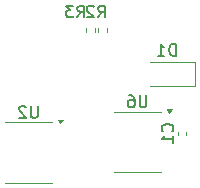
<source format=gbr>
%TF.GenerationSoftware,KiCad,Pcbnew,8.0.2*%
%TF.CreationDate,2024-07-19T14:35:34-04:00*%
%TF.ProjectId,StepperMotorDriver,53746570-7065-4724-9d6f-746f72447269,rev?*%
%TF.SameCoordinates,Original*%
%TF.FileFunction,Legend,Bot*%
%TF.FilePolarity,Positive*%
%FSLAX46Y46*%
G04 Gerber Fmt 4.6, Leading zero omitted, Abs format (unit mm)*
G04 Created by KiCad (PCBNEW 8.0.2) date 2024-07-19 14:35:34*
%MOMM*%
%LPD*%
G01*
G04 APERTURE LIST*
%ADD10C,0.150000*%
%ADD11C,0.120000*%
G04 APERTURE END LIST*
D10*
X137238094Y-96454819D02*
X137238094Y-95454819D01*
X137238094Y-95454819D02*
X136999999Y-95454819D01*
X136999999Y-95454819D02*
X136857142Y-95502438D01*
X136857142Y-95502438D02*
X136761904Y-95597676D01*
X136761904Y-95597676D02*
X136714285Y-95692914D01*
X136714285Y-95692914D02*
X136666666Y-95883390D01*
X136666666Y-95883390D02*
X136666666Y-96026247D01*
X136666666Y-96026247D02*
X136714285Y-96216723D01*
X136714285Y-96216723D02*
X136761904Y-96311961D01*
X136761904Y-96311961D02*
X136857142Y-96407200D01*
X136857142Y-96407200D02*
X136999999Y-96454819D01*
X136999999Y-96454819D02*
X137238094Y-96454819D01*
X135714285Y-96454819D02*
X136285713Y-96454819D01*
X135999999Y-96454819D02*
X135999999Y-95454819D01*
X135999999Y-95454819D02*
X136095237Y-95597676D01*
X136095237Y-95597676D02*
X136190475Y-95692914D01*
X136190475Y-95692914D02*
X136285713Y-95740533D01*
X136949580Y-102853333D02*
X136997200Y-102805714D01*
X136997200Y-102805714D02*
X137044819Y-102662857D01*
X137044819Y-102662857D02*
X137044819Y-102567619D01*
X137044819Y-102567619D02*
X136997200Y-102424762D01*
X136997200Y-102424762D02*
X136901961Y-102329524D01*
X136901961Y-102329524D02*
X136806723Y-102281905D01*
X136806723Y-102281905D02*
X136616247Y-102234286D01*
X136616247Y-102234286D02*
X136473390Y-102234286D01*
X136473390Y-102234286D02*
X136282914Y-102281905D01*
X136282914Y-102281905D02*
X136187676Y-102329524D01*
X136187676Y-102329524D02*
X136092438Y-102424762D01*
X136092438Y-102424762D02*
X136044819Y-102567619D01*
X136044819Y-102567619D02*
X136044819Y-102662857D01*
X136044819Y-102662857D02*
X136092438Y-102805714D01*
X136092438Y-102805714D02*
X136140057Y-102853333D01*
X137044819Y-103805714D02*
X137044819Y-103234286D01*
X137044819Y-103520000D02*
X136044819Y-103520000D01*
X136044819Y-103520000D02*
X136187676Y-103424762D01*
X136187676Y-103424762D02*
X136282914Y-103329524D01*
X136282914Y-103329524D02*
X136330533Y-103234286D01*
X125536904Y-100709819D02*
X125536904Y-101519342D01*
X125536904Y-101519342D02*
X125489285Y-101614580D01*
X125489285Y-101614580D02*
X125441666Y-101662200D01*
X125441666Y-101662200D02*
X125346428Y-101709819D01*
X125346428Y-101709819D02*
X125155952Y-101709819D01*
X125155952Y-101709819D02*
X125060714Y-101662200D01*
X125060714Y-101662200D02*
X125013095Y-101614580D01*
X125013095Y-101614580D02*
X124965476Y-101519342D01*
X124965476Y-101519342D02*
X124965476Y-100709819D01*
X124536904Y-100805057D02*
X124489285Y-100757438D01*
X124489285Y-100757438D02*
X124394047Y-100709819D01*
X124394047Y-100709819D02*
X124155952Y-100709819D01*
X124155952Y-100709819D02*
X124060714Y-100757438D01*
X124060714Y-100757438D02*
X124013095Y-100805057D01*
X124013095Y-100805057D02*
X123965476Y-100900295D01*
X123965476Y-100900295D02*
X123965476Y-100995533D01*
X123965476Y-100995533D02*
X124013095Y-101138390D01*
X124013095Y-101138390D02*
X124584523Y-101709819D01*
X124584523Y-101709819D02*
X123965476Y-101709819D01*
X130666666Y-93204819D02*
X130999999Y-92728628D01*
X131238094Y-93204819D02*
X131238094Y-92204819D01*
X131238094Y-92204819D02*
X130857142Y-92204819D01*
X130857142Y-92204819D02*
X130761904Y-92252438D01*
X130761904Y-92252438D02*
X130714285Y-92300057D01*
X130714285Y-92300057D02*
X130666666Y-92395295D01*
X130666666Y-92395295D02*
X130666666Y-92538152D01*
X130666666Y-92538152D02*
X130714285Y-92633390D01*
X130714285Y-92633390D02*
X130761904Y-92681009D01*
X130761904Y-92681009D02*
X130857142Y-92728628D01*
X130857142Y-92728628D02*
X131238094Y-92728628D01*
X130285713Y-92300057D02*
X130238094Y-92252438D01*
X130238094Y-92252438D02*
X130142856Y-92204819D01*
X130142856Y-92204819D02*
X129904761Y-92204819D01*
X129904761Y-92204819D02*
X129809523Y-92252438D01*
X129809523Y-92252438D02*
X129761904Y-92300057D01*
X129761904Y-92300057D02*
X129714285Y-92395295D01*
X129714285Y-92395295D02*
X129714285Y-92490533D01*
X129714285Y-92490533D02*
X129761904Y-92633390D01*
X129761904Y-92633390D02*
X130333332Y-93204819D01*
X130333332Y-93204819D02*
X129714285Y-93204819D01*
X128916666Y-93204819D02*
X129249999Y-92728628D01*
X129488094Y-93204819D02*
X129488094Y-92204819D01*
X129488094Y-92204819D02*
X129107142Y-92204819D01*
X129107142Y-92204819D02*
X129011904Y-92252438D01*
X129011904Y-92252438D02*
X128964285Y-92300057D01*
X128964285Y-92300057D02*
X128916666Y-92395295D01*
X128916666Y-92395295D02*
X128916666Y-92538152D01*
X128916666Y-92538152D02*
X128964285Y-92633390D01*
X128964285Y-92633390D02*
X129011904Y-92681009D01*
X129011904Y-92681009D02*
X129107142Y-92728628D01*
X129107142Y-92728628D02*
X129488094Y-92728628D01*
X128583332Y-92204819D02*
X127964285Y-92204819D01*
X127964285Y-92204819D02*
X128297618Y-92585771D01*
X128297618Y-92585771D02*
X128154761Y-92585771D01*
X128154761Y-92585771D02*
X128059523Y-92633390D01*
X128059523Y-92633390D02*
X128011904Y-92681009D01*
X128011904Y-92681009D02*
X127964285Y-92776247D01*
X127964285Y-92776247D02*
X127964285Y-93014342D01*
X127964285Y-93014342D02*
X128011904Y-93109580D01*
X128011904Y-93109580D02*
X128059523Y-93157200D01*
X128059523Y-93157200D02*
X128154761Y-93204819D01*
X128154761Y-93204819D02*
X128440475Y-93204819D01*
X128440475Y-93204819D02*
X128535713Y-93157200D01*
X128535713Y-93157200D02*
X128583332Y-93109580D01*
X134761904Y-99804819D02*
X134761904Y-100614342D01*
X134761904Y-100614342D02*
X134714285Y-100709580D01*
X134714285Y-100709580D02*
X134666666Y-100757200D01*
X134666666Y-100757200D02*
X134571428Y-100804819D01*
X134571428Y-100804819D02*
X134380952Y-100804819D01*
X134380952Y-100804819D02*
X134285714Y-100757200D01*
X134285714Y-100757200D02*
X134238095Y-100709580D01*
X134238095Y-100709580D02*
X134190476Y-100614342D01*
X134190476Y-100614342D02*
X134190476Y-99804819D01*
X133285714Y-99804819D02*
X133476190Y-99804819D01*
X133476190Y-99804819D02*
X133571428Y-99852438D01*
X133571428Y-99852438D02*
X133619047Y-99900057D01*
X133619047Y-99900057D02*
X133714285Y-100042914D01*
X133714285Y-100042914D02*
X133761904Y-100233390D01*
X133761904Y-100233390D02*
X133761904Y-100614342D01*
X133761904Y-100614342D02*
X133714285Y-100709580D01*
X133714285Y-100709580D02*
X133666666Y-100757200D01*
X133666666Y-100757200D02*
X133571428Y-100804819D01*
X133571428Y-100804819D02*
X133380952Y-100804819D01*
X133380952Y-100804819D02*
X133285714Y-100757200D01*
X133285714Y-100757200D02*
X133238095Y-100709580D01*
X133238095Y-100709580D02*
X133190476Y-100614342D01*
X133190476Y-100614342D02*
X133190476Y-100376247D01*
X133190476Y-100376247D02*
X133238095Y-100281009D01*
X133238095Y-100281009D02*
X133285714Y-100233390D01*
X133285714Y-100233390D02*
X133380952Y-100185771D01*
X133380952Y-100185771D02*
X133571428Y-100185771D01*
X133571428Y-100185771D02*
X133666666Y-100233390D01*
X133666666Y-100233390D02*
X133714285Y-100281009D01*
X133714285Y-100281009D02*
X133761904Y-100376247D01*
D11*
%TO.C,D1*%
X135100000Y-96990000D02*
X138860000Y-96990000D01*
X135100000Y-99010000D02*
X138860000Y-99010000D01*
X138860000Y-99010000D02*
X138860000Y-96990000D01*
%TO.C,C1*%
X137390000Y-103127836D02*
X137390000Y-102912164D01*
X138110000Y-103127836D02*
X138110000Y-102912164D01*
%TO.C,U2*%
X122825000Y-102095000D02*
X124775000Y-102095000D01*
X122825000Y-107215000D02*
X124775000Y-107215000D01*
X126725000Y-102095000D02*
X124775000Y-102095000D01*
X126725000Y-107215000D02*
X124775000Y-107215000D01*
X127475000Y-102190000D02*
X127235000Y-101860000D01*
X127715000Y-101860000D01*
X127475000Y-102190000D01*
G36*
X127475000Y-102190000D02*
G01*
X127235000Y-101860000D01*
X127715000Y-101860000D01*
X127475000Y-102190000D01*
G37*
%TO.C,R2*%
X130620000Y-94116359D02*
X130620000Y-94423641D01*
X131380000Y-94116359D02*
X131380000Y-94423641D01*
%TO.C,R3*%
X129620000Y-94106359D02*
X129620000Y-94413641D01*
X130380000Y-94106359D02*
X130380000Y-94413641D01*
%TO.C,U6*%
X132050000Y-101190000D02*
X134000000Y-101190000D01*
X132050000Y-106310000D02*
X134000000Y-106310000D01*
X135950000Y-101190000D02*
X134000000Y-101190000D01*
X135950000Y-106310000D02*
X134000000Y-106310000D01*
X136700000Y-101285000D02*
X136460000Y-100955000D01*
X136940000Y-100955000D01*
X136700000Y-101285000D01*
G36*
X136700000Y-101285000D02*
G01*
X136460000Y-100955000D01*
X136940000Y-100955000D01*
X136700000Y-101285000D01*
G37*
%TD*%
M02*

</source>
